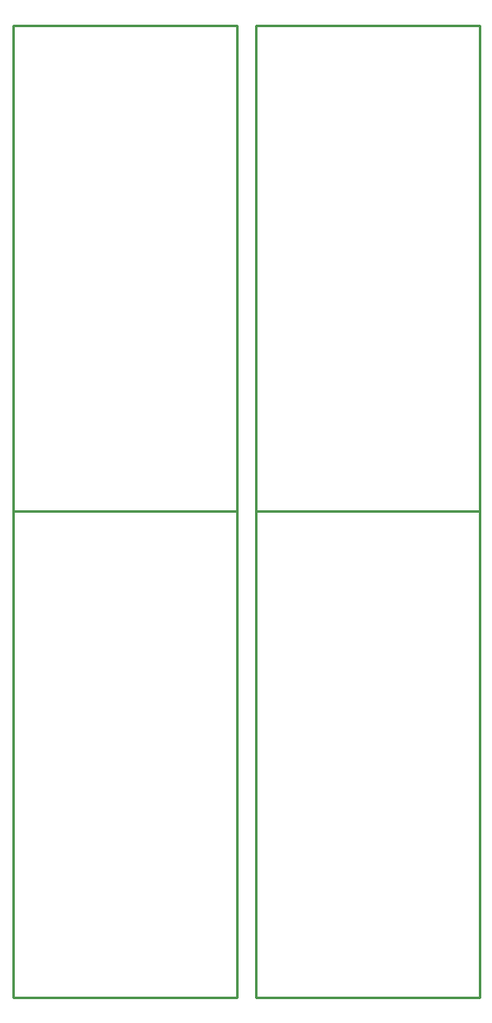
<source format=gko>
%FSLAX23Y23*%
%MOIN*%
G70*
G01*
G75*
G04 Layer_Color=16711935*
%ADD10C,0.015*%
%ADD11C,0.025*%
%ADD12C,0.120*%
%ADD13C,0.055*%
%ADD14C,0.065*%
%ADD15R,0.065X0.065*%
%ADD16C,0.059*%
%ADD17R,0.059X0.059*%
%ADD18C,0.020*%
%ADD19C,0.008*%
%ADD20C,0.010*%
%ADD21C,0.128*%
%ADD22C,0.063*%
%ADD23C,0.073*%
%ADD24R,0.073X0.073*%
%ADD25C,0.067*%
%ADD26R,0.067X0.067*%
%ADD27C,0.006*%
D20*
X906Y0D02*
Y1969D01*
X0Y0D02*
X905D01*
X0Y1969D02*
X906D01*
X0Y0D02*
Y1969D01*
X1890Y0D02*
Y1969D01*
X984Y0D02*
X1889D01*
X984Y1969D02*
X1890D01*
X984Y0D02*
Y1969D01*
X906Y1969D02*
Y3937D01*
X0Y1969D02*
X905D01*
X0Y3937D02*
X906D01*
X0Y1969D02*
Y3937D01*
X1890Y1969D02*
Y3937D01*
X984Y1969D02*
X1889D01*
X984Y3937D02*
X1890D01*
X984Y1969D02*
Y3937D01*
M02*

</source>
